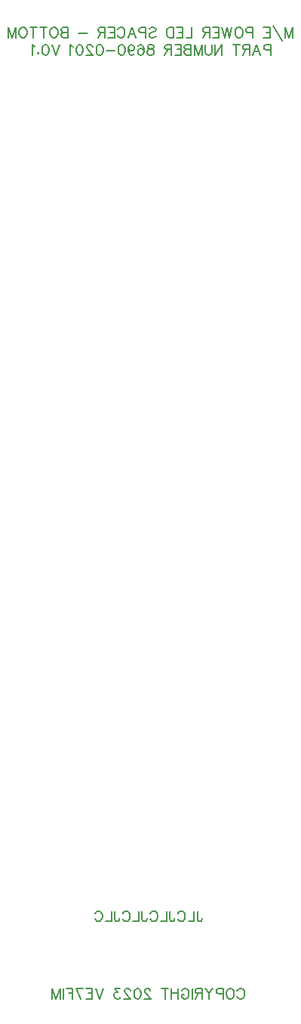
<source format=gbo>
G04 Layer: BottomSilkscreenLayer*
G04 EasyEDA v6.5.29, 2023-07-18 11:26:45*
G04 a3e85ac62c814be2af95df0adf1d0fd4,5a6b42c53f6a479593ecc07194224c93,10*
G04 Gerber Generator version 0.2*
G04 Scale: 100 percent, Rotated: No, Reflected: No *
G04 Dimensions in millimeters *
G04 leading zeros omitted , absolute positions ,4 integer and 5 decimal *
%FSLAX45Y45*%
%MOMM*%

%ADD10C,0.2032*%

%LPD*%
D10*
X62682Y-3478260D02*
G01*
X68138Y-3467351D01*
X79047Y-3456442D01*
X89954Y-3450988D01*
X111772Y-3450988D01*
X122681Y-3456442D01*
X133591Y-3467351D01*
X139047Y-3478260D01*
X144500Y-3494623D01*
X144500Y-3521895D01*
X139047Y-3538260D01*
X133591Y-3549169D01*
X122681Y-3560079D01*
X111772Y-3565532D01*
X89954Y-3565532D01*
X79047Y-3560079D01*
X68138Y-3549169D01*
X62682Y-3538260D01*
X-6045Y-3450988D02*
G01*
X4864Y-3456442D01*
X15773Y-3467351D01*
X21229Y-3478260D01*
X26682Y-3494623D01*
X26682Y-3521895D01*
X21229Y-3538260D01*
X15773Y-3549169D01*
X4864Y-3560079D01*
X-6045Y-3565532D01*
X-27863Y-3565532D01*
X-38770Y-3560079D01*
X-49679Y-3549169D01*
X-55135Y-3538260D01*
X-60589Y-3521895D01*
X-60589Y-3494623D01*
X-55135Y-3478260D01*
X-49679Y-3467351D01*
X-38770Y-3456442D01*
X-27863Y-3450988D01*
X-6045Y-3450988D01*
X-96588Y-3450988D02*
G01*
X-96588Y-3565532D01*
X-96588Y-3450988D02*
G01*
X-145681Y-3450988D01*
X-162044Y-3456442D01*
X-167497Y-3461895D01*
X-172953Y-3472804D01*
X-172953Y-3489170D01*
X-167497Y-3500079D01*
X-162044Y-3505532D01*
X-145681Y-3510988D01*
X-96588Y-3510988D01*
X-208953Y-3450988D02*
G01*
X-252590Y-3505532D01*
X-252590Y-3565532D01*
X-296224Y-3450988D02*
G01*
X-252590Y-3505532D01*
X-332226Y-3450988D02*
G01*
X-332226Y-3565532D01*
X-332226Y-3450988D02*
G01*
X-381317Y-3450988D01*
X-397680Y-3456442D01*
X-403133Y-3461895D01*
X-408589Y-3472804D01*
X-408589Y-3483714D01*
X-403133Y-3494623D01*
X-397680Y-3500079D01*
X-381317Y-3505532D01*
X-332226Y-3505532D01*
X-370408Y-3505532D02*
G01*
X-408589Y-3565532D01*
X-444588Y-3450988D02*
G01*
X-444588Y-3565532D01*
X-562406Y-3478260D02*
G01*
X-556953Y-3467351D01*
X-546044Y-3456442D01*
X-535134Y-3450988D01*
X-513316Y-3450988D01*
X-502406Y-3456442D01*
X-491497Y-3467351D01*
X-486044Y-3478260D01*
X-480588Y-3494623D01*
X-480588Y-3521895D01*
X-486044Y-3538260D01*
X-491497Y-3549169D01*
X-502406Y-3560079D01*
X-513316Y-3565532D01*
X-535134Y-3565532D01*
X-546044Y-3560079D01*
X-556953Y-3549169D01*
X-562406Y-3538260D01*
X-562406Y-3521895D01*
X-535134Y-3521895D02*
G01*
X-562406Y-3521895D01*
X-598406Y-3450988D02*
G01*
X-598406Y-3565532D01*
X-674771Y-3450988D02*
G01*
X-674771Y-3565532D01*
X-598406Y-3505532D02*
G01*
X-674771Y-3505532D01*
X-748952Y-3450988D02*
G01*
X-748952Y-3565532D01*
X-710770Y-3450988D02*
G01*
X-787133Y-3450988D01*
X-912588Y-3478260D02*
G01*
X-912588Y-3472804D01*
X-918042Y-3461895D01*
X-923498Y-3456442D01*
X-934407Y-3450988D01*
X-956223Y-3450988D01*
X-967132Y-3456442D01*
X-972588Y-3461895D01*
X-978042Y-3472804D01*
X-978042Y-3483714D01*
X-972588Y-3494623D01*
X-961679Y-3510988D01*
X-907133Y-3565532D01*
X-983498Y-3565532D01*
X-1052225Y-3450988D02*
G01*
X-1035860Y-3456442D01*
X-1024950Y-3472804D01*
X-1019497Y-3500079D01*
X-1019497Y-3516442D01*
X-1024950Y-3543714D01*
X-1035860Y-3560079D01*
X-1052225Y-3565532D01*
X-1063132Y-3565532D01*
X-1079497Y-3560079D01*
X-1090406Y-3543714D01*
X-1095860Y-3516442D01*
X-1095860Y-3500079D01*
X-1090406Y-3472804D01*
X-1079497Y-3456442D01*
X-1063132Y-3450988D01*
X-1052225Y-3450988D01*
X-1137315Y-3478260D02*
G01*
X-1137315Y-3472804D01*
X-1142768Y-3461895D01*
X-1148224Y-3456442D01*
X-1159134Y-3450988D01*
X-1180950Y-3450988D01*
X-1191859Y-3456442D01*
X-1197315Y-3461895D01*
X-1202768Y-3472804D01*
X-1202768Y-3483714D01*
X-1197315Y-3494623D01*
X-1186406Y-3510988D01*
X-1131859Y-3565532D01*
X-1208224Y-3565532D01*
X-1255133Y-3450988D02*
G01*
X-1315133Y-3450988D01*
X-1282405Y-3494623D01*
X-1298768Y-3494623D01*
X-1309677Y-3500079D01*
X-1315133Y-3505532D01*
X-1320586Y-3521895D01*
X-1320586Y-3532804D01*
X-1315133Y-3549169D01*
X-1304223Y-3560079D01*
X-1287861Y-3565532D01*
X-1271496Y-3565532D01*
X-1255133Y-3560079D01*
X-1249677Y-3554623D01*
X-1244224Y-3543714D01*
X-1440586Y-3450988D02*
G01*
X-1484223Y-3565532D01*
X-1527860Y-3450988D02*
G01*
X-1484223Y-3565532D01*
X-1563860Y-3450988D02*
G01*
X-1563860Y-3565532D01*
X-1563860Y-3450988D02*
G01*
X-1634769Y-3450988D01*
X-1563860Y-3505532D02*
G01*
X-1607494Y-3505532D01*
X-1563860Y-3565532D02*
G01*
X-1634769Y-3565532D01*
X-1747131Y-3450988D02*
G01*
X-1692587Y-3565532D01*
X-1670768Y-3450988D02*
G01*
X-1747131Y-3450988D01*
X-1783130Y-3450988D02*
G01*
X-1783130Y-3565532D01*
X-1783130Y-3450988D02*
G01*
X-1854039Y-3450988D01*
X-1783130Y-3505532D02*
G01*
X-1826768Y-3505532D01*
X-1890041Y-3450988D02*
G01*
X-1890041Y-3565532D01*
X-1926041Y-3450988D02*
G01*
X-1926041Y-3565532D01*
X-1926041Y-3450988D02*
G01*
X-1969676Y-3565532D01*
X-2013313Y-3450988D02*
G01*
X-1969676Y-3565532D01*
X-2013313Y-3450988D02*
G01*
X-2013313Y-3565532D01*
X-384809Y-2583942D02*
G01*
X-384809Y-2671317D01*
X-379221Y-2687573D01*
X-373887Y-2693161D01*
X-362965Y-2698495D01*
X-352043Y-2698495D01*
X-341121Y-2693161D01*
X-335534Y-2687573D01*
X-330200Y-2671317D01*
X-330200Y-2660395D01*
X-420623Y-2583942D02*
G01*
X-420623Y-2698495D01*
X-420623Y-2698495D02*
G01*
X-486155Y-2698495D01*
X-604011Y-2611373D02*
G01*
X-598677Y-2600451D01*
X-587755Y-2589529D01*
X-576834Y-2583942D01*
X-554989Y-2583942D01*
X-544068Y-2589529D01*
X-533145Y-2600451D01*
X-527557Y-2611373D01*
X-522223Y-2627629D01*
X-522223Y-2654807D01*
X-527557Y-2671317D01*
X-533145Y-2682239D01*
X-544068Y-2693161D01*
X-554989Y-2698495D01*
X-576834Y-2698495D01*
X-587755Y-2693161D01*
X-598677Y-2682239D01*
X-604011Y-2671317D01*
X-694436Y-2583942D02*
G01*
X-694436Y-2671317D01*
X-689102Y-2687573D01*
X-683768Y-2693161D01*
X-672845Y-2698495D01*
X-661923Y-2698495D01*
X-651002Y-2693161D01*
X-645413Y-2687573D01*
X-640079Y-2671317D01*
X-640079Y-2660395D01*
X-730503Y-2583942D02*
G01*
X-730503Y-2698495D01*
X-730503Y-2698495D02*
G01*
X-796036Y-2698495D01*
X-913891Y-2611373D02*
G01*
X-908303Y-2600451D01*
X-897381Y-2589529D01*
X-886459Y-2583942D01*
X-864869Y-2583942D01*
X-853947Y-2589529D01*
X-843025Y-2600451D01*
X-837437Y-2611373D01*
X-832103Y-2627629D01*
X-832103Y-2654807D01*
X-837437Y-2671317D01*
X-843025Y-2682239D01*
X-853947Y-2693161D01*
X-864869Y-2698495D01*
X-886459Y-2698495D01*
X-897381Y-2693161D01*
X-908303Y-2682239D01*
X-913891Y-2671317D01*
X-1004315Y-2583942D02*
G01*
X-1004315Y-2671317D01*
X-998981Y-2687573D01*
X-993393Y-2693161D01*
X-982471Y-2698495D01*
X-971550Y-2698495D01*
X-960627Y-2693161D01*
X-955293Y-2687573D01*
X-949959Y-2671317D01*
X-949959Y-2660395D01*
X-1040384Y-2583942D02*
G01*
X-1040384Y-2698495D01*
X-1040384Y-2698495D02*
G01*
X-1105915Y-2698495D01*
X-1223771Y-2611373D02*
G01*
X-1218184Y-2600451D01*
X-1207261Y-2589529D01*
X-1196339Y-2583942D01*
X-1174495Y-2583942D01*
X-1163573Y-2589529D01*
X-1152652Y-2600451D01*
X-1147318Y-2611373D01*
X-1141729Y-2627629D01*
X-1141729Y-2654807D01*
X-1147318Y-2671317D01*
X-1152652Y-2682239D01*
X-1163573Y-2693161D01*
X-1174495Y-2698495D01*
X-1196339Y-2698495D01*
X-1207261Y-2693161D01*
X-1218184Y-2682239D01*
X-1223771Y-2671317D01*
X-1314195Y-2583942D02*
G01*
X-1314195Y-2671317D01*
X-1308861Y-2687573D01*
X-1303273Y-2693161D01*
X-1292352Y-2698495D01*
X-1281429Y-2698495D01*
X-1270507Y-2693161D01*
X-1265173Y-2687573D01*
X-1259586Y-2671317D01*
X-1259586Y-2660395D01*
X-1350263Y-2583942D02*
G01*
X-1350263Y-2698495D01*
X-1350263Y-2698495D02*
G01*
X-1415541Y-2698495D01*
X-1533397Y-2611373D02*
G01*
X-1528063Y-2600451D01*
X-1517141Y-2589529D01*
X-1506219Y-2583942D01*
X-1484375Y-2583942D01*
X-1473453Y-2589529D01*
X-1462531Y-2600451D01*
X-1457197Y-2611373D01*
X-1451609Y-2627629D01*
X-1451609Y-2654807D01*
X-1457197Y-2671317D01*
X-1462531Y-2682239D01*
X-1473453Y-2693161D01*
X-1484375Y-2698495D01*
X-1506219Y-2698495D01*
X-1517141Y-2693161D01*
X-1528063Y-2682239D01*
X-1533397Y-2671317D01*
X685800Y7309289D02*
G01*
X685800Y7194745D01*
X685800Y7309289D02*
G01*
X642162Y7194745D01*
X598528Y7309289D02*
G01*
X642162Y7194745D01*
X598528Y7309289D02*
G01*
X598528Y7194745D01*
X464345Y7331108D02*
G01*
X562528Y7156564D01*
X428345Y7309289D02*
G01*
X428345Y7194745D01*
X428345Y7309289D02*
G01*
X357436Y7309289D01*
X428345Y7254745D02*
G01*
X384710Y7254745D01*
X428345Y7194745D02*
G01*
X357436Y7194745D01*
X237436Y7309289D02*
G01*
X237436Y7194745D01*
X237436Y7309289D02*
G01*
X188346Y7309289D01*
X171983Y7303836D01*
X166527Y7298382D01*
X161074Y7287473D01*
X161074Y7271108D01*
X166527Y7260198D01*
X171983Y7254745D01*
X188346Y7249289D01*
X237436Y7249289D01*
X92346Y7309289D02*
G01*
X103256Y7303836D01*
X114165Y7292926D01*
X119618Y7282017D01*
X125074Y7265654D01*
X125074Y7238382D01*
X119618Y7222017D01*
X114165Y7211108D01*
X103256Y7200198D01*
X92346Y7194745D01*
X70528Y7194745D01*
X59618Y7200198D01*
X48709Y7211108D01*
X43256Y7222017D01*
X37800Y7238382D01*
X37800Y7265654D01*
X43256Y7282017D01*
X48709Y7292926D01*
X59618Y7303836D01*
X70528Y7309289D01*
X92346Y7309289D01*
X1800Y7309289D02*
G01*
X-25471Y7194745D01*
X-52743Y7309289D02*
G01*
X-25471Y7194745D01*
X-52743Y7309289D02*
G01*
X-80017Y7194745D01*
X-107289Y7309289D02*
G01*
X-80017Y7194745D01*
X-143289Y7309289D02*
G01*
X-143289Y7194745D01*
X-143289Y7309289D02*
G01*
X-214198Y7309289D01*
X-143289Y7254745D02*
G01*
X-186926Y7254745D01*
X-143289Y7194745D02*
G01*
X-214198Y7194745D01*
X-250197Y7309289D02*
G01*
X-250197Y7194745D01*
X-250197Y7309289D02*
G01*
X-299288Y7309289D01*
X-315653Y7303836D01*
X-321106Y7298382D01*
X-326562Y7287473D01*
X-326562Y7276564D01*
X-321106Y7265654D01*
X-315653Y7260198D01*
X-299288Y7254745D01*
X-250197Y7254745D01*
X-288378Y7254745D02*
G01*
X-326562Y7194745D01*
X-446562Y7309289D02*
G01*
X-446562Y7194745D01*
X-446562Y7194745D02*
G01*
X-512015Y7194745D01*
X-548015Y7309289D02*
G01*
X-548015Y7194745D01*
X-548015Y7309289D02*
G01*
X-618924Y7309289D01*
X-548015Y7254745D02*
G01*
X-591652Y7254745D01*
X-548015Y7194745D02*
G01*
X-618924Y7194745D01*
X-654923Y7309289D02*
G01*
X-654923Y7194745D01*
X-654923Y7309289D02*
G01*
X-693107Y7309289D01*
X-709470Y7303836D01*
X-720379Y7292926D01*
X-725832Y7282017D01*
X-731288Y7265654D01*
X-731288Y7238382D01*
X-725832Y7222017D01*
X-720379Y7211108D01*
X-709470Y7200198D01*
X-693107Y7194745D01*
X-654923Y7194745D01*
X-927651Y7292926D02*
G01*
X-916741Y7303836D01*
X-900379Y7309289D01*
X-878560Y7309289D01*
X-862197Y7303836D01*
X-851288Y7292926D01*
X-851288Y7282017D01*
X-856741Y7271108D01*
X-862197Y7265654D01*
X-873107Y7260198D01*
X-905832Y7249289D01*
X-916741Y7243836D01*
X-922197Y7238382D01*
X-927651Y7227473D01*
X-927651Y7211108D01*
X-916741Y7200198D01*
X-900379Y7194745D01*
X-878560Y7194745D01*
X-862197Y7200198D01*
X-851288Y7211108D01*
X-963650Y7309289D02*
G01*
X-963650Y7194745D01*
X-963650Y7309289D02*
G01*
X-1012741Y7309289D01*
X-1029106Y7303836D01*
X-1034559Y7298382D01*
X-1040015Y7287473D01*
X-1040015Y7271108D01*
X-1034559Y7260198D01*
X-1029106Y7254745D01*
X-1012741Y7249289D01*
X-963650Y7249289D01*
X-1119649Y7309289D02*
G01*
X-1076015Y7194745D01*
X-1119649Y7309289D02*
G01*
X-1163286Y7194745D01*
X-1092377Y7232926D02*
G01*
X-1146924Y7232926D01*
X-1281104Y7282017D02*
G01*
X-1275651Y7292926D01*
X-1264742Y7303836D01*
X-1253832Y7309289D01*
X-1232014Y7309289D01*
X-1221104Y7303836D01*
X-1210195Y7292926D01*
X-1204742Y7282017D01*
X-1199286Y7265654D01*
X-1199286Y7238382D01*
X-1204742Y7222017D01*
X-1210195Y7211108D01*
X-1221104Y7200198D01*
X-1232014Y7194745D01*
X-1253832Y7194745D01*
X-1264742Y7200198D01*
X-1275651Y7211108D01*
X-1281104Y7222017D01*
X-1317104Y7309289D02*
G01*
X-1317104Y7194745D01*
X-1317104Y7309289D02*
G01*
X-1388013Y7309289D01*
X-1317104Y7254745D02*
G01*
X-1360741Y7254745D01*
X-1317104Y7194745D02*
G01*
X-1388013Y7194745D01*
X-1424012Y7309289D02*
G01*
X-1424012Y7194745D01*
X-1424012Y7309289D02*
G01*
X-1473106Y7309289D01*
X-1489468Y7303836D01*
X-1494922Y7298382D01*
X-1500377Y7287473D01*
X-1500377Y7276564D01*
X-1494922Y7265654D01*
X-1489468Y7260198D01*
X-1473106Y7254745D01*
X-1424012Y7254745D01*
X-1462196Y7254745D02*
G01*
X-1500377Y7194745D01*
X-1620377Y7243836D02*
G01*
X-1718558Y7243836D01*
X-1838558Y7309289D02*
G01*
X-1838558Y7194745D01*
X-1838558Y7309289D02*
G01*
X-1887649Y7309289D01*
X-1904011Y7303836D01*
X-1909467Y7298382D01*
X-1914921Y7287473D01*
X-1914921Y7276564D01*
X-1909467Y7265654D01*
X-1904011Y7260198D01*
X-1887649Y7254745D01*
X-1838558Y7254745D02*
G01*
X-1887649Y7254745D01*
X-1904011Y7249289D01*
X-1909467Y7243836D01*
X-1914921Y7232926D01*
X-1914921Y7216564D01*
X-1909467Y7205654D01*
X-1904011Y7200198D01*
X-1887649Y7194745D01*
X-1838558Y7194745D01*
X-1983648Y7309289D02*
G01*
X-1972739Y7303836D01*
X-1961829Y7292926D01*
X-1956376Y7282017D01*
X-1950923Y7265654D01*
X-1950923Y7238382D01*
X-1956376Y7222017D01*
X-1961829Y7211108D01*
X-1972739Y7200198D01*
X-1983648Y7194745D01*
X-2005467Y7194745D01*
X-2016376Y7200198D01*
X-2027285Y7211108D01*
X-2032739Y7222017D01*
X-2038195Y7238382D01*
X-2038195Y7265654D01*
X-2032739Y7282017D01*
X-2027285Y7292926D01*
X-2016376Y7303836D01*
X-2005467Y7309289D01*
X-1983648Y7309289D01*
X-2112375Y7309289D02*
G01*
X-2112375Y7194745D01*
X-2074194Y7309289D02*
G01*
X-2150557Y7309289D01*
X-2224740Y7309289D02*
G01*
X-2224740Y7194745D01*
X-2186559Y7309289D02*
G01*
X-2262921Y7309289D01*
X-2331648Y7309289D02*
G01*
X-2320739Y7303836D01*
X-2309830Y7292926D01*
X-2304376Y7282017D01*
X-2298920Y7265654D01*
X-2298920Y7238382D01*
X-2304376Y7222017D01*
X-2309830Y7211108D01*
X-2320739Y7200198D01*
X-2331648Y7194745D01*
X-2353467Y7194745D01*
X-2364376Y7200198D01*
X-2375283Y7211108D01*
X-2380739Y7222017D01*
X-2386192Y7238382D01*
X-2386192Y7265654D01*
X-2380739Y7282017D01*
X-2375283Y7292926D01*
X-2364376Y7303836D01*
X-2353467Y7309289D01*
X-2331648Y7309289D01*
X-2422194Y7309289D02*
G01*
X-2422194Y7194745D01*
X-2422194Y7309289D02*
G01*
X-2465829Y7194745D01*
X-2509466Y7309289D02*
G01*
X-2465829Y7194745D01*
X-2509466Y7309289D02*
G01*
X-2509466Y7194745D01*
X436600Y7115411D02*
G01*
X436600Y7000867D01*
X436600Y7115411D02*
G01*
X387510Y7115411D01*
X371147Y7109957D01*
X365691Y7104504D01*
X360238Y7093595D01*
X360238Y7077229D01*
X365691Y7066321D01*
X371147Y7060867D01*
X387510Y7055411D01*
X436600Y7055411D01*
X280600Y7115411D02*
G01*
X324236Y7000867D01*
X280600Y7115411D02*
G01*
X236964Y7000867D01*
X307873Y7039048D02*
G01*
X253329Y7039048D01*
X200964Y7115411D02*
G01*
X200964Y7000867D01*
X200964Y7115411D02*
G01*
X151874Y7115411D01*
X135511Y7109957D01*
X130055Y7104504D01*
X124601Y7093595D01*
X124601Y7082685D01*
X130055Y7071776D01*
X135511Y7066321D01*
X151874Y7060867D01*
X200964Y7060867D01*
X162783Y7060867D02*
G01*
X124601Y7000867D01*
X50419Y7115411D02*
G01*
X50419Y7000867D01*
X88601Y7115411D02*
G01*
X12237Y7115411D01*
X-107762Y7115411D02*
G01*
X-107762Y7000867D01*
X-107762Y7115411D02*
G01*
X-184124Y7000867D01*
X-184124Y7115411D02*
G01*
X-184124Y7000867D01*
X-220126Y7115411D02*
G01*
X-220126Y7033595D01*
X-225579Y7017230D01*
X-236489Y7006321D01*
X-252851Y7000867D01*
X-263761Y7000867D01*
X-280126Y7006321D01*
X-291033Y7017230D01*
X-296489Y7033595D01*
X-296489Y7115411D01*
X-332488Y7115411D02*
G01*
X-332488Y7000867D01*
X-332488Y7115411D02*
G01*
X-376125Y7000867D01*
X-419760Y7115411D02*
G01*
X-376125Y7000867D01*
X-419760Y7115411D02*
G01*
X-419760Y7000867D01*
X-455762Y7115411D02*
G01*
X-455762Y7000867D01*
X-455762Y7115411D02*
G01*
X-504852Y7115411D01*
X-521215Y7109957D01*
X-526668Y7104504D01*
X-532124Y7093595D01*
X-532124Y7082685D01*
X-526668Y7071776D01*
X-521215Y7066321D01*
X-504852Y7060867D01*
X-455762Y7060867D02*
G01*
X-504852Y7060867D01*
X-521215Y7055411D01*
X-526668Y7049957D01*
X-532124Y7039048D01*
X-532124Y7022685D01*
X-526668Y7011776D01*
X-521215Y7006321D01*
X-504852Y7000867D01*
X-455762Y7000867D01*
X-568124Y7115411D02*
G01*
X-568124Y7000867D01*
X-568124Y7115411D02*
G01*
X-639033Y7115411D01*
X-568124Y7060867D02*
G01*
X-611761Y7060867D01*
X-568124Y7000867D02*
G01*
X-639033Y7000867D01*
X-675032Y7115411D02*
G01*
X-675032Y7000867D01*
X-675032Y7115411D02*
G01*
X-724123Y7115411D01*
X-740488Y7109957D01*
X-745942Y7104504D01*
X-751398Y7093595D01*
X-751398Y7082685D01*
X-745942Y7071776D01*
X-740488Y7066321D01*
X-724123Y7060867D01*
X-675032Y7060867D01*
X-713214Y7060867D02*
G01*
X-751398Y7000867D01*
X-898669Y7115411D02*
G01*
X-882307Y7109957D01*
X-876851Y7099048D01*
X-876851Y7088139D01*
X-882307Y7077229D01*
X-893213Y7071776D01*
X-915032Y7066321D01*
X-931397Y7060867D01*
X-942306Y7049957D01*
X-947760Y7039048D01*
X-947760Y7022685D01*
X-942306Y7011776D01*
X-936851Y7006321D01*
X-920488Y7000867D01*
X-898669Y7000867D01*
X-882307Y7006321D01*
X-876851Y7011776D01*
X-871397Y7022685D01*
X-871397Y7039048D01*
X-876851Y7049957D01*
X-887760Y7060867D01*
X-904123Y7066321D01*
X-925941Y7071776D01*
X-936851Y7077229D01*
X-942306Y7088139D01*
X-942306Y7099048D01*
X-936851Y7109957D01*
X-920488Y7115411D01*
X-898669Y7115411D01*
X-1049215Y7099048D02*
G01*
X-1043759Y7109957D01*
X-1027396Y7115411D01*
X-1016487Y7115411D01*
X-1000125Y7109957D01*
X-989215Y7093595D01*
X-983759Y7066321D01*
X-983759Y7039048D01*
X-989215Y7017230D01*
X-1000125Y7006321D01*
X-1016487Y7000867D01*
X-1021941Y7000867D01*
X-1038306Y7006321D01*
X-1049215Y7017230D01*
X-1054668Y7033595D01*
X-1054668Y7039048D01*
X-1049215Y7055411D01*
X-1038306Y7066321D01*
X-1021941Y7071776D01*
X-1016487Y7071776D01*
X-1000125Y7066321D01*
X-989215Y7055411D01*
X-983759Y7039048D01*
X-1161577Y7077229D02*
G01*
X-1156124Y7060867D01*
X-1145214Y7049957D01*
X-1128849Y7044504D01*
X-1123396Y7044504D01*
X-1107033Y7049957D01*
X-1096124Y7060867D01*
X-1090668Y7077229D01*
X-1090668Y7082685D01*
X-1096124Y7099048D01*
X-1107033Y7109957D01*
X-1123396Y7115411D01*
X-1128849Y7115411D01*
X-1145214Y7109957D01*
X-1156124Y7099048D01*
X-1161577Y7077229D01*
X-1161577Y7049957D01*
X-1156124Y7022685D01*
X-1145214Y7006321D01*
X-1128849Y7000867D01*
X-1117942Y7000867D01*
X-1101577Y7006321D01*
X-1096124Y7017230D01*
X-1230304Y7115411D02*
G01*
X-1213942Y7109957D01*
X-1203032Y7093595D01*
X-1197576Y7066321D01*
X-1197576Y7049957D01*
X-1203032Y7022685D01*
X-1213942Y7006321D01*
X-1230304Y7000867D01*
X-1241214Y7000867D01*
X-1257576Y7006321D01*
X-1268486Y7022685D01*
X-1273942Y7049957D01*
X-1273942Y7066321D01*
X-1268486Y7093595D01*
X-1257576Y7109957D01*
X-1241214Y7115411D01*
X-1230304Y7115411D01*
X-1309941Y7049957D02*
G01*
X-1408122Y7049957D01*
X-1476849Y7115411D02*
G01*
X-1460487Y7109957D01*
X-1449577Y7093595D01*
X-1444122Y7066321D01*
X-1444122Y7049957D01*
X-1449577Y7022685D01*
X-1460487Y7006321D01*
X-1476849Y7000867D01*
X-1487759Y7000867D01*
X-1504121Y7006321D01*
X-1515031Y7022685D01*
X-1520487Y7049957D01*
X-1520487Y7066321D01*
X-1515031Y7093595D01*
X-1504121Y7109957D01*
X-1487759Y7115411D01*
X-1476849Y7115411D01*
X-1561939Y7088139D02*
G01*
X-1561939Y7093595D01*
X-1567395Y7104504D01*
X-1572849Y7109957D01*
X-1583758Y7115411D01*
X-1605577Y7115411D01*
X-1616486Y7109957D01*
X-1621939Y7104504D01*
X-1627395Y7093595D01*
X-1627395Y7082685D01*
X-1621939Y7071776D01*
X-1611030Y7055411D01*
X-1556486Y7000867D01*
X-1632849Y7000867D01*
X-1701576Y7115411D02*
G01*
X-1685213Y7109957D01*
X-1674304Y7093595D01*
X-1668848Y7066321D01*
X-1668848Y7049957D01*
X-1674304Y7022685D01*
X-1685213Y7006321D01*
X-1701576Y7000867D01*
X-1712485Y7000867D01*
X-1728848Y7006321D01*
X-1739757Y7022685D01*
X-1745213Y7049957D01*
X-1745213Y7066321D01*
X-1739757Y7093595D01*
X-1728848Y7109957D01*
X-1712485Y7115411D01*
X-1701576Y7115411D01*
X-1781213Y7093595D02*
G01*
X-1792122Y7099048D01*
X-1808485Y7115411D01*
X-1808485Y7000867D01*
X-1928484Y7115411D02*
G01*
X-1972122Y7000867D01*
X-2015759Y7115411D02*
G01*
X-1972122Y7000867D01*
X-2084484Y7115411D02*
G01*
X-2068121Y7109957D01*
X-2057212Y7093595D01*
X-2051758Y7066321D01*
X-2051758Y7049957D01*
X-2057212Y7022685D01*
X-2068121Y7006321D01*
X-2084484Y7000867D01*
X-2095393Y7000867D01*
X-2111758Y7006321D01*
X-2122667Y7022685D01*
X-2128121Y7049957D01*
X-2128121Y7066321D01*
X-2122667Y7093595D01*
X-2111758Y7109957D01*
X-2095393Y7115411D01*
X-2084484Y7115411D01*
X-2169576Y7028139D02*
G01*
X-2164120Y7022685D01*
X-2169576Y7017230D01*
X-2175029Y7022685D01*
X-2169576Y7028139D01*
X-2211029Y7093595D02*
G01*
X-2221938Y7099048D01*
X-2238303Y7115411D01*
X-2238303Y7000867D01*
M02*

</source>
